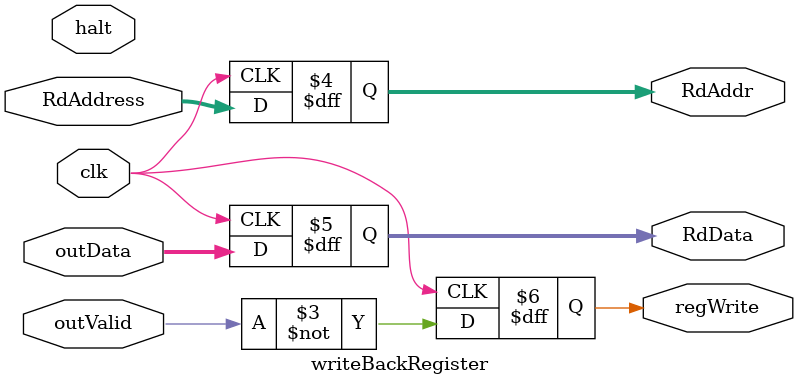
<source format=sv>
`default_nettype none
`timescale 1ns/1ns

/*
Icarus Verilog Version 10.3 (stable)

Questions 
1. There are no NOP (don’t change any register values) or CLEAR (set a register to 0) instructions specified, how can
we perform these operations with the instructions we have available to us?

With the ISA given the NOP instruction can be performed by adding or subtraction zero from a register. The Clear instruction
can be performed by XORing a register with itself.

2. How did you test your design?

My design is a structural design with multiple modules so I tested them individually first with simple testbenches to make 
sure they had the functionality I wanted before putting them all together into one file.

*/

module alu
  #(parameter data_width = 12,
  parameter instruction_width = 12)
  (// A rising edge should trigger clocked logic
  input wire clk,

  // Active high reset
  input wire rst,

  // Instructions for the ALU to perform, a new instruction will be
  // given each clock cycle.
  input wire [instruction_width - 1:0] instruction,

  // Data output from the ALU, its value is considered undefined if
  // out_valid is deasserted.
  output logic [data_width - 1:0] out_data,
  output logic out_valid,

  // Stop execution if asserted
  output logic halt
  );

  //Local wires for internal connections
  wire [3:0] opCode;
  wire [5:0] immediate;
  wire [1:0] RxAddress, RyAddress, RdAddress, RdAddr; 
  wire [instruction_width - 1: 0] RxVal, RyVal, RdVal, Rx, Ry, outData, RdData;
  wire outValid, haltWire, regWrite;

  //Module Instantiation 
  InstructionDecoder u0 (instruction, opCode, immediate, RxAddress, RyAddress, RdAddress);
  RegisterFile u1 (RxAddress, RyAddress, RdAddress, rst, clk, RdAddr, RdData, regWrite, RxVal, RyVal, RdVal);
  ArithmeticInputDecoder u2 (opCode, immediate, RxVal, RyVal, RdVal, Rx, Ry);
  ArithmeticLogicUnit u3 (Rx, Ry, opCode, outData, outValid, haltWire);
  writeBackRegister u4 (outData, outValid, haltWire, RdAddress, clk, RdAddr, RdData, regWrite);
  

  //Output for the top level block
  always @(outValid, haltWire) begin
      out_valid <= outValid;
      out_data <= outData;
      halt <= haltWire;
  end

endmodule


//Module to Decode Instruction into its Components (Combinational)
module InstructionDecoder
  #(parameter instruction_width = 12)(
  input wire [instruction_width - 1:0] instruction,

  output wire [3:0] opCode,
  output wire [5:0] immediate,
  output wire [1:0] RxAddress,
  output wire [1:0] RyAddress,
  output wire [1:0] RdAddress
  );

  assign opCode = instruction[instruction_width - 1:8];
  assign immediate = instruction[5:0];
  assign RxAddress = instruction[5:4];
  assign RyAddress = instruction[3:2];
  assign RdAddress = instruction[7:6];

endmodule


//Module to Hold the Registers with Bypass (Combinational Read and Sequential Write)
module RegisterFile
  #(parameter data_width = 12,
  parameter instruction_width = 12)
  (
  input wire [1:0] RxAddress,
  input wire [1:0] RyAddress,
  input wire [1:0] RdAddress,
  input wire reset,
  input wire clk,
  input wire [1:0] addressIn,
  input wire [data_width - 1:0] dataIn,
  input wire regWrite,

  output reg [data_width - 1:0] RxVal,
  output reg [data_width - 1:0] RyVal,
  output reg [data_width - 1:0] RdVal
);
  
  localparam num_registers = 4;
  reg [data_width - 1:0] registers [num_registers - 1:0];
  integer i;

  always @(RxAddress, RyAddress, RdAddress, reset, dataIn, addressIn) begin
    //Writing to output port RxVal with bypass
    if (RxAddress == addressIn && regWrite == 1'd1) begin
      RxVal <= dataIn;
    end
    else begin 
      RxVal <= registers[RxAddress];
    end

    //Writing to output port RyVal with bypass
    if (RyAddress == addressIn && regWrite == 1'd1) begin
      RyVal <= dataIn;
    end
    else begin 
      RyVal <= registers[RyAddress];
    end

    //Writing to output port RdVal with bypass
    if (RdAddress == addressIn && regWrite == 1'd1) begin
      RdVal <= dataIn;
    end
    else begin 
      RdVal <= registers[RdAddress];
    end
  end

  //On the positive clock edge update one of the registers
  always @(posedge clk) begin
    if (reset == 1'd1) begin
      for (i = 0; i < num_registers; i++) begin
        registers[i] <= 0; 
      end
    end
    else if (regWrite == 1'd1) begin
      registers[addressIn] <= dataIn;
    end
  end

endmodule 


//Module to Put the Correct Values into the ArithmeticLogicUnit (Combinational)
module ArithmeticInputDecoder 
  #(parameter data_width = 12)(
  input wire [3:0] opCode,
  input wire [5:0] immediate,
  input wire [data_width - 1:0] RxVal,
  input wire [data_width - 1:0] RyVal,
  input wire [data_width - 1:0] RdVal,

  output reg [data_width - 1:0] Rx,
  output reg [data_width - 1:0] Ry
  );

  always @* begin
    //Special case for Load Low and Load High
    if (opCode == 4'd10 || opCode == 4'd11) begin
      Rx[data_width - 1:6] <= 6'd0;
      Rx[5:0] <= immediate;
      
      Ry <= RdVal;
    end 
    //Case for all other Instructions
    else begin
      Rx <= RxVal;
      Ry <= RyVal;
    end
  end

endmodule


//Module to Perform the Operations (Combinational except for the carry which is a register)
module ArithmeticLogicUnit 
  #(parameter data_width = 12)
  (
  input wire [data_width - 1:0] Rx,
  input wire [data_width - 1:0] Ry,
  input wire [3:0] opCode,
  
  output reg [data_width - 1:0] outData,
  output reg outValid,
  output reg halt
  );

  reg c = 0;
  //Used to check for carry
  reg [data_width - 1:0] sum;
  integer i = 0;

  always @(Rx, Ry, opCode) begin
      //Assumes not halting and not valid data unless OUT or HALT
      halt <= 1'd0;
      outValid <= 1'd0;

      //OR
      if(opCode == 4'd0) begin
        outData <= Rx | Ry;
      end
      //XOR
      else if(opCode == 4'd1) begin
        outData <= Rx ^ Ry;
      end
      //AND
      else if(opCode == 4'd2) begin
        outData <= Rx & Ry;
      end
      //NOT
      else if(opCode == 4'd3) begin
        outData <= ~Rx;
      end
      //Left Shift Logical
      else if(opCode == 4'd4) begin
        outData <= Rx << 1;
      end
      //Right Shift Logical
      else if(opCode == 4'd5) begin
        outData <= Rx >> 1;
      end
      //Right Shift Arithmetic 
      else if(opCode == 4'd6) begin
        outData <= $signed(Rx) >>> 1;

      end
      //Add and Update Carry
      else if(opCode == 4'd7) begin
        sum <= Rx + Ry;
        i <= Rx + Ry;
        outData <= Rx + Ry;
        
        //Carry update
        //Checks if a 12 bit casted sum is the same as a non casted sum
        if(i != sum) begin
          c <= 1'd1;
        end
        else begin 
          c <= 1'd0;
        end
      end
      //Add with and Update Carry
      else if(opCode == 4'd8) begin
        sum <= Rx + Ry + c;
        i <= Rx + Ry + c;
        outData <= Rx + Ry + c;

        //Carry Update
        //Checks if a 12 bit casted sum is the same as a non casted sum
        if(i != sum) begin
          c <= 1'd1;
        end
        else begin 
          c <= 1'd0;
        end

      end
      //SUB
      else if(opCode == 4'd9) begin
        outData <= Rx - Ry;
      end
      //Load Lower
      else if(opCode == 4'd10) begin //Immediate goes in the bottom 6 bits of the Rx port
        outData[data_width - 1:6] <= Ry[data_width - 1:6];
        outData[5:0] <= Rx[5:0];
      end
      //Load High
      else if(opCode == 4'd11) begin //Immediate goes in the bottom 6 bits of the Rx port
        outData[data_width - 1:6] <= Rx[5:0];
        outData[5:0] <= Ry[data_width - 1:6];
      end
      //Out
      else if(opCode == 4'd12) begin 
        outData <= Rx;
        outValid <= 1'd1;
      end
      //Halt
      else if(opCode == 4'd13) begin 
        outData <= Rx;
        outValid <= 1'd1;
        halt <= 1'd1;
      end
    end
  
endmodule


//Module to save the contents of a pipeline stage and pass it on the next clock cycle (Sequential)
module writeBackRegister 
  #(parameter data_width = 12)
  (
  input wire [data_width - 1:0] outData,
  input wire outValid,
  input wire halt,
  input wire [1:0] RdAddress,
  input wire clk,

  output reg [1:0] RdAddr,
  output reg [data_width - 1:0] RdData,
  output reg regWrite
);

  always @(posedge clk) begin
    RdAddr <= RdAddress;
    RdData <= outData;
    regWrite <= ~outValid;
  end
  
endmodule

// DO NOT REMOVE THE FOLLOWING LINES OR PUT ANY CODE/COMMENTS AFTER THIS LINE
// hw_intern_test-20211014.zip
// f8bca07d96076ae1722bbdd9fb32c5aef1860677

</source>
